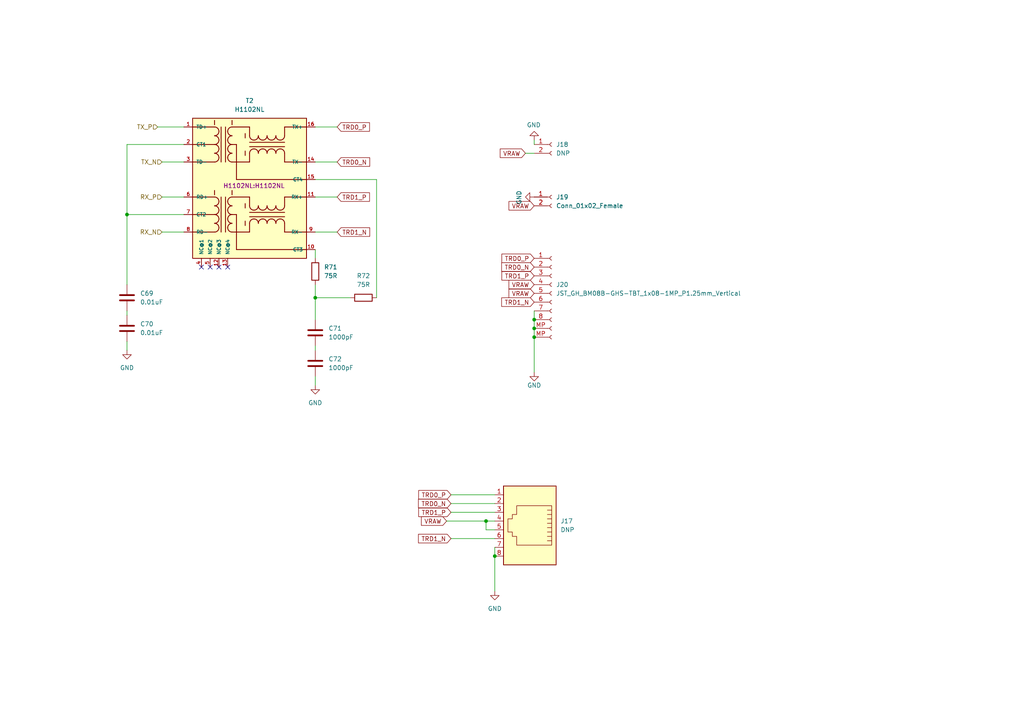
<source format=kicad_sch>
(kicad_sch (version 20231120) (generator "eeschema") (generator_version "8.0")
  (paper "A4")
  (lib_symbols
    (symbol "Connector:Conn_01x02_Female" (pin_names (offset 1.016) hide)
      (property "Reference" "J" (at 0 2.54 0))
      (property "Value" "Conn_01x02_Female" (at 0 -5.08 0))
      (symbol "Conn_01x02_Female_1_1"
        (arc (start 0 -2.032) (mid -0.5058 -2.54) (end 0 -3.048) (stroke (width 0.1524)))
        (polyline (pts (xy -1.27 -2.54) (xy -0.508 -2.54)) (stroke (width 0.1524)))
        (polyline (pts (xy -1.27 0) (xy -0.508 0)) (stroke (width 0.1524)))
        (arc (start 0 0.508) (mid -0.5058 0) (end 0 -0.508) (stroke (width 0.1524)))
        (pin passive line (at -5.08 0 0) (length 3.81) (name "Pin_1") (number "1"))
        (pin passive line (at -5.08 -2.54 0) (length 3.81) (name "Pin_2") (number "2"))
      )
    )
    (symbol "Connector:Conn_01x08_Female" (pin_names (offset 1.016) hide)
      (property "Reference" "J3" (at 1.27 0.0001 0))
      (property "Value" "Conn_01x08_Female" (at 1.27 -2.5399 0))
      (symbol "Conn_01x08_Female_1_1"
        (arc (start 0 -14.732) (mid -0.5058 -15.24) (end 0 -15.748) (stroke (width 0.1524)))
        (arc (start 0 -12.192) (mid -0.5058 -12.7) (end 0 -13.208) (stroke (width 0.1524)))
        (arc (start 0 -9.652) (mid -0.5058 -10.16) (end 0 -10.668) (stroke (width 0.1524)))
        (arc (start 0 -7.112) (mid -0.5058 -7.62) (end 0 -8.128) (stroke (width 0.1524)))
        (arc (start 0 -4.572) (mid -0.5058 -5.08) (end 0 -5.588) (stroke (width 0.1524)))
        (arc (start 0 -2.032) (mid -0.5058 -2.54) (end 0 -3.048) (stroke (width 0.1524)))
        (polyline (pts (xy -1.27 -15.24) (xy -0.508 -15.24)) (stroke (width 0.1524)))
        (polyline (pts (xy -1.27 -12.7) (xy -0.508 -12.7)) (stroke (width 0.1524)))
        (polyline (pts (xy -1.27 -10.16) (xy -0.508 -10.16)) (stroke (width 0.1524)))
        (polyline (pts (xy -1.27 -7.62) (xy -0.508 -7.62)) (stroke (width 0.1524)))
        (polyline (pts (xy -1.27 -5.08) (xy -0.508 -5.08)) (stroke (width 0.1524)))
        (polyline (pts (xy -1.27 -2.54) (xy -0.508 -2.54)) (stroke (width 0.1524)))
        (polyline (pts (xy -1.27 0) (xy -0.508 0)) (stroke (width 0.1524)))
        (polyline (pts (xy -1.27 2.54) (xy -0.508 2.54)) (stroke (width 0.1524)))
        (polyline (pts (xy -1.27 5.08) (xy -0.508 5.08)) (stroke (width 0.1524)))
        (polyline (pts (xy -1.27 7.62) (xy -0.508 7.62)) (stroke (width 0.1524)))
        (arc (start 0 0.508) (mid -0.5058 0) (end 0 -0.508) (stroke (width 0.1524)))
        (arc (start 0 3.048) (mid -0.5058 2.54) (end 0 2.032) (stroke (width 0.1524)))
        (arc (start 0 5.588) (mid -0.5058 5.08) (end 0 4.572) (stroke (width 0.1524)))
        (arc (start 0 8.128) (mid -0.5058 7.62) (end 0 7.112) (stroke (width 0.1524)))
        (pin passive line (at -5.08 7.62 0) (length 3.81) (name "Pin_1") (number "1"))
        (pin passive line (at -5.08 5.08 0) (length 3.81) (name "Pin_2") (number "2"))
        (pin passive line (at -5.08 2.54 0) (length 3.81) (name "Pin_3") (number "3"))
        (pin passive line (at -5.08 0 0) (length 3.81) (name "Pin_4") (number "4"))
        (pin passive line (at -5.08 -2.54 0) (length 3.81) (name "Pin_5") (number "5"))
        (pin passive line (at -5.08 -5.08 0) (length 3.81) (name "Pin_6") (number "6"))
        (pin passive line (at -5.08 -7.62 0) (length 3.81) (name "Pin_7") (number "7"))
        (pin passive line (at -5.08 -10.16 0) (length 3.81) (name "Pin_8") (number "8"))
        (pin passive line (at -5.08 -15.24 0) (length 3.81) (name "MP") (number "MP"))
        (pin passive line (at -5.08 -12.7 0) (length 3.81) (name "MP") (number "MP"))
      )
    )
    (symbol "Connector:RJ45" (pin_names (offset 1.016))
      (property "Reference" "J" (at -5.08 13.97 0))
      (property "Value" "RJ45" (at 2.54 13.97 0))
      (symbol "RJ45_0_1"
        (polyline (pts (xy -5.08 4.445) (xy -6.35 4.445)))
        (polyline (pts (xy -5.08 5.715) (xy -6.35 5.715)))
        (polyline (pts (xy -6.35 -3.175) (xy -5.08 -3.175) (xy -5.08 -3.175)))
        (polyline (pts (xy -6.35 -1.905) (xy -5.08 -1.905) (xy -5.08 -1.905)))
        (polyline (pts (xy -6.35 -0.635) (xy -5.08 -0.635) (xy -5.08 -0.635)))
        (polyline (pts (xy -6.35 0.635) (xy -5.08 0.635) (xy -5.08 0.635)))
        (polyline (pts (xy -6.35 1.905) (xy -5.08 1.905) (xy -5.08 1.905)))
        (polyline (pts (xy -5.08 3.175) (xy -6.35 3.175) (xy -6.35 3.175)))
        (polyline (pts (xy -6.35 -4.445) (xy -6.35 6.985) (xy 3.81 6.985) (xy 3.81 4.445) (xy 5.08 4.445) (xy 5.08 3.175) (xy 6.35 3.175) (xy 6.35 -0.635) (xy 5.08 -0.635) (xy 5.08 -1.905) (xy 3.81 -1.905) (xy 3.81 -4.445) (xy -6.35 -4.445) (xy -6.35 -4.445)))
        (rectangle (start 7.62 12.7) (end -7.62 -10.16) (stroke (width 0.254)) (fill (type background)))
      )
      (symbol "RJ45_1_1"
        (pin passive line (at 10.16 -7.62 180) (length 2.54) (name "~") (number "1"))
        (pin passive line (at 10.16 -5.08 180) (length 2.54) (name "~") (number "2"))
        (pin passive line (at 10.16 -2.54 180) (length 2.54) (name "~") (number "3"))
        (pin passive line (at 10.16 0 180) (length 2.54) (name "~") (number "4"))
        (pin passive line (at 10.16 2.54 180) (length 2.54) (name "~") (number "5"))
        (pin passive line (at 10.16 5.08 180) (length 2.54) (name "~") (number "6"))
        (pin passive line (at 10.16 7.62 180) (length 2.54) (name "~") (number "7"))
        (pin passive line (at 10.16 10.16 180) (length 2.54) (name "~") (number "8"))
      )
    )
    (symbol "Device:C" (pin_numbers hide) (pin_names (offset 0.254))
      (property "Reference" "C" (at 0.635 2.54 0))
      (property "Value" "C" (at 0.635 -2.54 0))
      (symbol "C_0_1"
        (polyline (pts (xy -2.032 -0.762) (xy 2.032 -0.762)) (stroke (width 0.508)))
        (polyline (pts (xy -2.032 0.762) (xy 2.032 0.762)) (stroke (width 0.508)))
      )
      (symbol "C_1_1"
        (pin passive line (at 0 3.81 270) (length 2.794) (name "~") (number "1"))
        (pin passive line (at 0 -3.81 90) (length 2.794) (name "~") (number "2"))
      )
    )
    (symbol "Device:R" (pin_numbers hide) (pin_names (offset 0))
      (property "Reference" "R" (at 2.032 0 90))
      (property "Value" "R" (at 0 0 90))
      (symbol "R_0_1"
        (rectangle (start -1.016 -2.54) (end 1.016 2.54) (stroke (width 0.254)))
      )
      (symbol "R_1_1"
        (pin passive line (at 0 3.81 270) (length 1.27) (name "~") (number "1"))
        (pin passive line (at 0 -3.81 90) (length 1.27) (name "~") (number "2"))
      )
    )
    (symbol "H1102NL:H1102NL" (pin_names (offset 1.016))
      (property "Reference" "T" (at -17.78 20.32 0))
      (property "Value" "H1102NL" (at -2.54 -22.86 0))
      (symbol "H1102NL_0_0"
        (rectangle (start -17.78 -20.32) (end 15.24 20.32) (stroke (width 0.254)) (fill (type background)))
        (arc (start -11.43 -12.7) (mid -10.532 -12.328) (end -10.16 -11.43) (stroke (width 0.254)))
        (arc (start -11.43 -10.16) (mid -10.532 -9.788) (end -10.16 -8.89) (stroke (width 0.254)))
        (arc (start -11.43 -7.62) (mid -10.532 -7.248) (end -10.16 -6.35) (stroke (width 0.254)))
        (arc (start -11.43 -5.08) (mid -10.532 -4.708) (end -10.16 -3.81) (stroke (width 0.254)))
        (arc (start -11.43 7.62) (mid -10.532 7.992) (end -10.16 8.89) (stroke (width 0.254)))
        (arc (start -11.43 10.16) (mid -10.532 10.532) (end -10.16 11.43) (stroke (width 0.254)))
        (arc (start -11.43 12.7) (mid -10.532 13.072) (end -10.16 13.97) (stroke (width 0.254)))
        (arc (start -11.43 15.24) (mid -10.532 15.612) (end -10.16 16.51) (stroke (width 0.254)))
        (arc (start -10.16 -11.43) (mid -10.532 -10.532) (end -11.43 -10.16) (stroke (width 0.254)))
        (arc (start -10.16 -8.89) (mid -10.532 -7.992) (end -11.43 -7.62) (stroke (width 0.254)))
        (arc (start -10.16 -6.35) (mid -10.532 -5.452) (end -11.43 -5.08) (stroke (width 0.254)))
        (arc (start -10.16 -3.81) (mid -10.532 -2.912) (end -11.43 -2.54) (stroke (width 0.254)))
        (arc (start -10.16 8.89) (mid -10.532 9.788) (end -11.43 10.16) (stroke (width 0.254)))
        (arc (start -10.16 11.43) (mid -10.532 12.328) (end -11.43 12.7) (stroke (width 0.254)))
        (arc (start -10.16 13.97) (mid -10.532 14.868) (end -11.43 15.24) (stroke (width 0.254)))
        (arc (start -10.16 16.51) (mid -10.532 17.408) (end -11.43 17.78) (stroke (width 0.254)))
        (arc (start -7.62 -11.43) (mid -7.248 -12.328) (end -6.35 -12.7) (stroke (width 0.254)))
        (arc (start -7.62 -8.89) (mid -7.248 -9.788) (end -6.35 -10.16) (stroke (width 0.254)))
        (arc (start -7.62 -6.35) (mid -7.248 -7.248) (end -6.35 -7.62) (stroke (width 0.254)))
        (arc (start -7.62 -3.81) (mid -7.248 -4.708) (end -6.35 -5.08) (stroke (width 0.254)))
        (arc (start -7.62 8.89) (mid -7.248 7.992) (end -6.35 7.62) (stroke (width 0.254)))
        (arc (start -7.62 11.43) (mid -7.248 10.532) (end -6.35 10.16) (stroke (width 0.254)))
        (arc (start -7.62 13.97) (mid -7.248 13.072) (end -6.35 12.7) (stroke (width 0.254)))
        (arc (start -7.62 16.51) (mid -7.248 15.612) (end -6.35 15.24) (stroke (width 0.254)))
        (arc (start -6.35 -10.16) (mid -7.248 -10.532) (end -7.62 -11.43) (stroke (width 0.254)))
        (arc (start -6.35 -7.62) (mid -7.248 -7.992) (end -7.62 -8.89) (stroke (width 0.254)))
        (arc (start -6.35 -5.08) (mid -7.248 -5.452) (end -7.62 -6.35) (stroke (width 0.254)))
        (arc (start -6.35 -2.54) (mid -7.248 -2.912) (end -7.62 -3.81) (stroke (width 0.254)))
        (arc (start -6.35 10.16) (mid -7.248 9.788) (end -7.62 8.89) (stroke (width 0.254)))
        (arc (start -6.35 12.7) (mid -7.248 12.328) (end -7.62 11.43) (stroke (width 0.254)))
        (arc (start -6.35 15.24) (mid -7.248 14.868) (end -7.62 13.97) (stroke (width 0.254)))
        (arc (start -6.35 17.78) (mid -7.248 17.408) (end -7.62 16.51) (stroke (width 0.254)))
        (arc (start -1.27 -5.08) (mid -0.898 -5.978) (end 0 -6.35) (stroke (width 0.254)))
        (arc (start -1.27 15.24) (mid -0.898 14.342) (end 0 13.97) (stroke (width 0.254)))
        (arc (start 0 -8.89) (mid -0.898 -9.262) (end -1.27 -10.16) (stroke (width 0.254)))
        (arc (start 0 -6.35) (mid 0.898 -5.978) (end 1.27 -5.08) (stroke (width 0.254)))
        (polyline (pts (xy -17.78 -2.54) (xy -11.43 -2.54)) (stroke (width 0.254)))
        (polyline (pts (xy -17.78 17.78) (xy -11.43 17.78)) (stroke (width 0.254)))
        (polyline (pts (xy -11.43 -12.7) (xy -17.78 -12.7)) (stroke (width 0.254)))
        (polyline (pts (xy -11.43 -7.62) (xy -17.78 -7.62)) (stroke (width 0.254)))
        (polyline (pts (xy -11.43 7.62) (xy -17.78 7.62)) (stroke (width 0.254)))
        (polyline (pts (xy -11.43 12.7) (xy -17.78 12.7)) (stroke (width 0.254)))
        (polyline (pts (xy -9.525 -2.54) (xy -9.525 -12.7)) (stroke (width 0.254)))
        (polyline (pts (xy -9.525 17.78) (xy -9.525 7.62)) (stroke (width 0.254)))
        (polyline (pts (xy -8.255 -2.54) (xy -8.255 -12.7)) (stroke (width 0.254)))
        (polyline (pts (xy -8.255 17.78) (xy -8.255 7.62)) (stroke (width 0.254)))
        (polyline (pts (xy -6.35 -7.62) (xy -5.08 -7.62)) (stroke (width 0.254)))
        (polyline (pts (xy -6.35 -2.54) (xy -1.27 -2.54)) (stroke (width 0.254)))
        (polyline (pts (xy -6.35 12.7) (xy -5.08 12.7)) (stroke (width 0.254)))
        (polyline (pts (xy -6.35 17.78) (xy -1.27 17.78)) (stroke (width 0.254)))
        (polyline (pts (xy -5.08 -17.78) (xy 15.24 -17.78)) (stroke (width 0.254)))
        (polyline (pts (xy -5.08 -7.62) (xy -5.08 -17.78)) (stroke (width 0.254)))
        (polyline (pts (xy -5.08 2.54) (xy 15.24 2.54)) (stroke (width 0.254)))
        (polyline (pts (xy -5.08 12.7) (xy -5.08 2.54)) (stroke (width 0.254)))
        (polyline (pts (xy -1.27 -12.7) (xy -6.35 -12.7)) (stroke (width 0.254)))
        (polyline (pts (xy -1.27 -12.7) (xy -1.27 -10.16)) (stroke (width 0.254)))
        (polyline (pts (xy -1.27 -8.255) (xy 8.89 -8.255)) (stroke (width 0.254)))
        (polyline (pts (xy -1.27 -6.985) (xy 8.89 -6.985)) (stroke (width 0.254)))
        (polyline (pts (xy -1.27 -2.54) (xy -1.27 -5.08)) (stroke (width 0.254)))
        (polyline (pts (xy -1.27 7.62) (xy -6.35 7.62)) (stroke (width 0.254)))
        (polyline (pts (xy -1.27 7.62) (xy -1.27 10.16)) (stroke (width 0.254)))
        (polyline (pts (xy -1.27 12.065) (xy 8.89 12.065)) (stroke (width 0.254)))
        (polyline (pts (xy -1.27 13.335) (xy 8.89 13.335)) (stroke (width 0.254)))
        (polyline (pts (xy -1.27 17.78) (xy -1.27 15.24)) (stroke (width 0.254)))
        (polyline (pts (xy 8.89 -12.7) (xy 15.24 -12.7)) (stroke (width 0.254)))
        (polyline (pts (xy 8.89 -10.16) (xy 8.89 -12.7)) (stroke (width 0.254)))
        (polyline (pts (xy 8.89 -5.08) (xy 8.89 -2.54)) (stroke (width 0.254)))
        (polyline (pts (xy 8.89 -2.54) (xy 15.24 -2.54)) (stroke (width 0.254)))
        (polyline (pts (xy 8.89 7.62) (xy 15.24 7.62)) (stroke (width 0.254)))
        (polyline (pts (xy 8.89 10.16) (xy 8.89 7.62)) (stroke (width 0.254)))
        (polyline (pts (xy 8.89 15.24) (xy 8.89 17.78)) (stroke (width 0.254)))
        (polyline (pts (xy 8.89 17.78) (xy 15.24 17.78)) (stroke (width 0.254)))
        (polyline (pts (xy -11.43 -0.635) (xy -11.43 -1.905) (xy -11.43 -0.635)) (stroke (width 0.254)) (fill (type outline)))
        (polyline (pts (xy -11.43 19.685) (xy -11.43 18.415) (xy -11.43 19.685)) (stroke (width 0.254)) (fill (type outline)))
        (polyline (pts (xy -6.35 -0.635) (xy -6.35 -1.905) (xy -6.35 -0.635)) (stroke (width 0.254)) (fill (type outline)))
        (polyline (pts (xy -6.35 19.685) (xy -6.35 18.415) (xy -6.35 19.685)) (stroke (width 0.254)) (fill (type outline)))
        (polyline (pts (xy -2.54 -9.525) (xy -2.54 -10.795) (xy -2.54 -9.525)) (stroke (width 0.254)) (fill (type outline)))
        (polyline (pts (xy -2.54 -4.445) (xy -2.54 -5.715) (xy -2.54 -4.445)) (stroke (width 0.254)) (fill (type outline)))
        (polyline (pts (xy -2.54 10.795) (xy -2.54 9.525) (xy -2.54 10.795)) (stroke (width 0.254)) (fill (type outline)))
        (polyline (pts (xy -2.54 15.875) (xy -2.54 14.605) (xy -2.54 15.875)) (stroke (width 0.254)) (fill (type outline)))
        (arc (start 0 11.43) (mid -0.898 11.058) (end -1.27 10.16) (stroke (width 0.254)))
        (arc (start 0 13.97) (mid 0.898 14.342) (end 1.27 15.24) (stroke (width 0.254)))
        (arc (start 1.27 -10.16) (mid 0.898 -9.262) (end 0 -8.89) (stroke (width 0.254)))
        (arc (start 1.27 -5.08) (mid 1.642 -5.978) (end 2.54 -6.35) (stroke (width 0.254)))
        (arc (start 1.27 10.16) (mid 0.898 11.058) (end 0 11.43) (stroke (width 0.254)))
        (arc (start 1.27 15.24) (mid 1.642 14.342) (end 2.54 13.97) (stroke (width 0.254)))
        (arc (start 2.54 -8.89) (mid 1.642 -9.262) (end 1.27 -10.16) (stroke (width 0.254)))
        (arc (start 2.54 -6.35) (mid 3.438 -5.978) (end 3.81 -5.08) (stroke (width 0.254)))
        (arc (start 2.54 11.43) (mid 1.642 11.058) (end 1.27 10.16) (stroke (width 0.254)))
        (arc (start 2.54 13.97) (mid 3.438 14.342) (end 3.81 15.24) (stroke (width 0.254)))
        (arc (start 3.81 -10.16) (mid 3.438 -9.262) (end 2.54 -8.89) (stroke (width 0.254)))
        (arc (start 3.81 -5.08) (mid 4.182 -5.978) (end 5.08 -6.35) (stroke (width 0.254)))
        (arc (start 3.81 10.16) (mid 3.438 11.058) (end 2.54 11.43) (stroke (width 0.254)))
        (arc (start 3.81 15.24) (mid 4.182 14.342) (end 5.08 13.97) (stroke (width 0.254)))
        (arc (start 5.08 -8.89) (mid 4.182 -9.262) (end 3.81 -10.16) (stroke (width 0.254)))
        (arc (start 5.08 -6.35) (mid 5.978 -5.978) (end 6.35 -5.08) (stroke (width 0.254)))
        (arc (start 5.08 11.43) (mid 4.182 11.058) (end 3.81 10.16) (stroke (width 0.254)))
        (arc (start 5.08 13.97) (mid 5.978 14.342) (end 6.35 15.24) (stroke (width 0.254)))
        (arc (start 6.35 -10.16) (mid 5.978 -9.262) (end 5.08 -8.89) (stroke (width 0.254)))
        (arc (start 6.35 -5.08) (mid 6.722 -5.978) (end 7.62 -6.35) (stroke (width 0.254)))
        (arc (start 6.35 10.16) (mid 5.978 11.058) (end 5.08 11.43) (stroke (width 0.254)))
        (arc (start 6.35 15.24) (mid 6.722 14.342) (end 7.62 13.97) (stroke (width 0.254)))
        (arc (start 7.62 -8.89) (mid 6.722 -9.262) (end 6.35 -10.16) (stroke (width 0.254)))
        (arc (start 7.62 -6.35) (mid 8.518 -5.978) (end 8.89 -5.08) (stroke (width 0.254)))
        (arc (start 7.62 11.43) (mid 6.722 11.058) (end 6.35 10.16) (stroke (width 0.254)))
        (arc (start 7.62 13.97) (mid 8.518 14.342) (end 8.89 15.24) (stroke (width 0.254)))
        (arc (start 8.89 -10.16) (mid 8.518 -9.262) (end 7.62 -8.89) (stroke (width 0.254)))
        (arc (start 8.89 10.16) (mid 8.518 11.058) (end 7.62 11.43) (stroke (width 0.254)))
        (pin passive line (at -20.32 17.78 0) (length 2.54) (name "TD+") (number "1"))
        (pin passive line (at 17.78 -17.78 180) (length 2.54) (name "CT3") (number "10"))
        (pin passive line (at 17.78 -2.54 180) (length 2.54) (name "RX+") (number "11"))
        (pin passive line (at -10.16 -22.86 90) (length 2.54) (name "NC@3") (number "12"))
        (pin passive line (at -7.62 -22.86 90) (length 2.54) (name "NC@4") (number "13"))
        (pin passive line (at 17.78 7.62 180) (length 2.54) (name "TX-") (number "14"))
        (pin passive line (at 17.78 2.54 180) (length 2.54) (name "CT4") (number "15"))
        (pin passive line (at 17.78 17.78 180) (length 2.54) (name "TX+") (number "16"))
        (pin passive line (at -20.32 12.7 0) (length 2.54) (name "CT1") (number "2"))
        (pin passive line (at -20.32 7.62 0) (length 2.54) (name "TD-") (number "3"))
        (pin passive line (at -15.24 -22.86 90) (length 2.54) (name "NC@1") (number "4"))
        (pin passive line (at -12.7 -22.86 90) (length 2.54) (name "NC@2") (number "5"))
        (pin passive line (at -20.32 -2.54 0) (length 2.54) (name "RD+") (number "6"))
        (pin passive line (at -20.32 -7.62 0) (length 2.54) (name "CT2") (number "7"))
        (pin passive line (at -20.32 -12.7 0) (length 2.54) (name "RD-") (number "8"))
        (pin passive line (at 17.78 -12.7 180) (length 2.54) (name "RX-") (number "9"))
      )
    )
    (symbol "power:GND" (power) (pin_names (offset 0))
      (property "Value" "GND" (at 0 -3.81 0))
      (symbol "GND_0_1"
        (polyline (pts (xy 0 0) (xy 0 -1.27) (xy 1.27 -1.27) (xy 0 -2.54) (xy -1.27 -1.27) (xy 0 -1.27)))
      )
      (symbol "GND_1_1"
        (pin power_in line (at 0 0 270) (length 0) hide (name "GND") (number "1"))
      )
    )
  )
  (junction (at 36.83 62.23))
  (junction (at 91.44 86.36))
  (junction (at 154.94 95.25))
  (junction (at 140.97 151.13))
  (junction (at 154.94 97.79))
  (junction (at 143.51 161.29))
  (junction (at 154.94 92.71))
  (no_connect (at 63.5 77.47))
  (no_connect (at 60.96 77.47))
  (no_connect (at 58.42 77.47))
  (no_connect (at 66.04 77.47))
  (wire (pts (xy 36.83 62.23) (xy 36.83 82.55)))
  (wire (pts (xy 97.79 46.99) (xy 91.44 46.99)))
  (wire (pts (xy 130.81 146.05) (xy 143.51 146.05)))
  (wire (pts (xy 143.51 158.75) (xy 143.51 161.29)))
  (wire (pts (xy 154.94 40.64) (xy 154.94 41.91)))
  (wire (pts (xy 46.99 57.15) (xy 53.34 57.15)))
  (wire (pts (xy 154.94 92.71) (xy 154.94 95.25)))
  (wire (pts (xy 97.79 36.83) (xy 91.44 36.83)))
  (wire (pts (xy 154.94 90.17) (xy 154.94 92.71)))
  (wire (pts (xy 97.79 57.15) (xy 91.44 57.15)))
  (wire (pts (xy 154.94 97.79) (xy 154.94 107.95)))
  (wire (pts (xy 45.72 36.83) (xy 53.34 36.83)))
  (wire (pts (xy 91.44 101.6) (xy 91.44 100.33)))
  (wire (pts (xy 130.81 143.51) (xy 143.51 143.51)))
  (wire (pts (xy 36.83 62.23) (xy 53.34 62.23)))
  (wire (pts (xy 154.94 95.25) (xy 154.94 97.79)))
  (wire (pts (xy 129.54 151.13) (xy 140.97 151.13)))
  (wire (pts (xy 109.22 52.07) (xy 109.22 86.36)))
  (wire (pts (xy 36.83 101.6) (xy 36.83 99.06)))
  (wire (pts (xy 91.44 86.36) (xy 101.6 86.36)))
  (wire (pts (xy 143.51 161.29) (xy 143.51 171.45)))
  (wire (pts (xy 36.83 91.44) (xy 36.83 90.17)))
  (wire (pts (xy 91.44 52.07) (xy 109.22 52.07)))
  (wire (pts (xy 140.97 153.67) (xy 140.97 151.13)))
  (wire (pts (xy 91.44 86.36) (xy 91.44 92.71)))
  (wire (pts (xy 53.34 41.91) (xy 36.83 41.91)))
  (wire (pts (xy 91.44 111.76) (xy 91.44 109.22)))
  (wire (pts (xy 130.81 148.59) (xy 143.51 148.59)))
  (wire (pts (xy 46.99 67.31) (xy 53.34 67.31)))
  (wire (pts (xy 97.79 67.31) (xy 91.44 67.31)))
  (wire (pts (xy 91.44 72.39) (xy 91.44 74.93)))
  (wire (pts (xy 36.83 41.91) (xy 36.83 62.23)))
  (wire (pts (xy 140.97 151.13) (xy 143.51 151.13)))
  (wire (pts (xy 91.44 82.55) (xy 91.44 86.36)))
  (wire (pts (xy 130.81 156.21) (xy 143.51 156.21)))
  (wire (pts (xy 143.51 153.67) (xy 140.97 153.67)))
  (wire (pts (xy 46.99 46.99) (xy 53.34 46.99)))
  (wire (pts (xy 152.4 44.45) (xy 154.94 44.45)))
  (global_label "VRAW" (shape input) (at 154.94 85.09 180) (property "Intersheetrefs" "${INTERSHEET_REFS}" (effects (hide yes))))
  (global_label "TRD0_N" (shape input) (at 97.79 46.99 0) (property "Intersheetrefs" "${INTERSHEET_REFS}" (effects (hide yes))))
  (global_label "TRD0_P" (shape input) (at 97.79 36.83 0) (property "Intersheetrefs" "${INTERSHEET_REFS}" (effects (hide yes))))
  (global_label "VRAW" (shape input) (at 154.94 59.69 180) (property "Intersheetrefs" "${INTERSHEET_REFS}" (effects (hide yes))))
  (global_label "TRD0_P" (shape input) (at 130.81 143.51 180) (property "Intersheetrefs" "${INTERSHEET_REFS}" (effects (hide yes))))
  (global_label "TRD0_N" (shape input) (at 154.94 77.47 180) (property "Intersheetrefs" "${INTERSHEET_REFS}" (effects (hide yes))))
  (global_label "TRD1_N" (shape input) (at 97.79 67.31 0) (property "Intersheetrefs" "${INTERSHEET_REFS}" (effects (hide yes))))
  (global_label "TRD1_P" (shape input) (at 130.81 148.59 180) (property "Intersheetrefs" "${INTERSHEET_REFS}" (effects (hide yes))))
  (global_label "TRD0_P" (shape input) (at 154.94 74.93 180) (property "Intersheetrefs" "${INTERSHEET_REFS}" (effects (hide yes))))
  (global_label "TRD0_N" (shape input) (at 130.81 146.05 180) (property "Intersheetrefs" "${INTERSHEET_REFS}" (effects (hide yes))))
  (global_label "TRD1_P" (shape input) (at 97.79 57.15 0) (property "Intersheetrefs" "${INTERSHEET_REFS}" (effects (hide yes))))
  (global_label "TRD1_P" (shape input) (at 154.94 80.01 180) (property "Intersheetrefs" "${INTERSHEET_REFS}" (effects (hide yes))))
  (global_label "VRAW" (shape input) (at 152.4 44.45 180) (property "Intersheetrefs" "${INTERSHEET_REFS}" (effects (hide yes))))
  (global_label "VRAW" (shape input) (at 154.94 82.55 180) (property "Intersheetrefs" "${INTERSHEET_REFS}" (effects (hide yes))))
  (global_label "TRD1_N" (shape input) (at 154.94 87.63 180) (property "Intersheetrefs" "${INTERSHEET_REFS}" (effects (hide yes))))
  (global_label "TRD1_N" (shape input) (at 130.81 156.21 180) (property "Intersheetrefs" "${INTERSHEET_REFS}" (effects (hide yes))))
  (global_label "VRAW" (shape input) (at 129.54 151.13 180) (property "Intersheetrefs" "${INTERSHEET_REFS}" (effects (hide yes))))
  (hierarchical_label "RX_P" (shape input) (at 46.99 57.15 180))
  (hierarchical_label "TX_N" (shape input) (at 46.99 46.99 180))
  (hierarchical_label "RX_N" (shape input) (at 46.99 67.31 180))
  (hierarchical_label "TX_P" (shape input) (at 45.72 36.83 180))
  (symbol (lib_id "Device:R") (at 91.44 78.74 180) (unit 1)
    (property "Reference" "R71" (at 93.98 77.4699 0) (effects (justify right)))
    (property "Value" "75R" (at 93.98 80.0099 0) (effects (justify right)))
    (property "Footprint" "Resistor_SMD:R_0603_1608Metric" (effects (hide yes)))
  )
  (symbol (lib_id "power:GND") (at 154.94 40.64 180) (unit 1)
    (property "Reference" "#PWR098" (effects (hide yes)))
    (property "Value" "GND" (at 154.813 36.2458 0))
  )
  (symbol (lib_id "Device:C") (at 36.83 86.36 0) (unit 1)
    (property "Reference" "C69" (at 40.64 85.0899 0) (effects (justify left)))
    (property "Value" "0.01uF" (at 40.64 87.6299 0) (effects (justify left)))
    (property "Footprint" "Capacitor_SMD:C_0603_1608Metric" (effects (hide yes)))
  )
  (symbol (lib_id "power:GND") (at 154.94 107.95 0) (unit 1)
    (property "Reference" "#PWR0100" (effects (hide yes)))
    (property "Value" "GND" (at 154.94 111.76 0))
  )
  (symbol (lib_id "Connector:RJ45") (at 153.67 151.13 180) (unit 1)
    (property "Reference" "J17" (at 162.56 151.13 0) (effects (justify right)))
    (property "Value" "DNP" (at 162.56 153.67 0) (effects (justify right)))
    (property "Footprint" "Connector_RJ:RJ45_Amphenol_54602-x08_Horizontal" (effects (hide yes)))
  )
  (symbol (lib_id "Device:C") (at 36.83 95.25 0) (unit 1)
    (property "Reference" "C70" (at 40.64 93.9799 0) (effects (justify left)))
    (property "Value" "0.01uF" (at 40.64 96.5199 0) (effects (justify left)))
    (property "Footprint" "Capacitor_SMD:C_0603_1608Metric" (effects (hide yes)))
  )
  (symbol (lib_id "H1102NL:H1102NL") (at 73.66 54.61 0) (unit 1)
    (property "Reference" "T2" (at 72.39 29.21 0))
    (property "Value" "H1102NL" (at 72.39 31.75 0))
    (property "Footprint" "H1102NL:H1102NL" (at 73.66 54.61 0) (effects (justify bottom)))
  )
  (symbol (lib_id "power:GND") (at 91.44 111.76 0) (unit 1)
    (property "Reference" "#PWR096" (effects (hide yes)))
    (property "Value" "GND" (at 91.44 116.84 0))
  )
  (symbol (lib_id "Device:C") (at 91.44 96.52 0) (unit 1)
    (property "Reference" "C71" (at 95.25 95.2499 0) (effects (justify left)))
    (property "Value" "1000pF" (at 95.25 97.7899 0) (effects (justify left)))
    (property "Footprint" "Capacitor_SMD:C_0603_1608Metric" (effects (hide yes)))
  )
  (symbol (lib_id "power:GND") (at 143.51 171.45 0) (unit 1)
    (property "Reference" "#PWR097" (effects (hide yes)))
    (property "Value" "GND" (at 143.51 176.53 0))
  )
  (symbol (lib_id "power:GND") (at 154.94 57.15 270) (unit 1)
    (property "Reference" "#PWR099" (effects (hide yes)))
    (property "Value" "GND" (at 150.5458 57.277 0))
  )
  (symbol (lib_id "power:GND") (at 36.83 101.6 0) (unit 1)
    (property "Reference" "#PWR095" (effects (hide yes)))
    (property "Value" "GND" (at 36.83 106.68 0))
  )
  (symbol (lib_id "Device:C") (at 91.44 105.41 0) (unit 1)
    (property "Reference" "C72" (at 95.25 104.1399 0) (effects (justify left)))
    (property "Value" "1000pF" (at 95.25 106.6799 0) (effects (justify left)))
    (property "Footprint" "Capacitor_SMD:C_0603_1608Metric" (effects (hide yes)))
  )
  (symbol (lib_id "Connector:Conn_01x08_Female") (at 160.02 82.55 0) (unit 1)
    (property "Reference" "J20" (at 161.29 82.5499 0) (effects (justify left)))
    (property "Value" "JST_GH_BM08B-GHS-TBT_1x08-1MP_P1.25mm_Vertical" (at 161.29 85.0899 0) (effects (justify left)))
    (property "Footprint" "Connector_JST:JST_GH_BM08B-GHS-TBT_1x08-1MP_P1.25mm_Vertical" (effects (hide yes)))
  )
  (symbol (lib_id "Connector:Conn_01x02_Female") (at 160.02 41.91 0) (unit 1)
    (property "Reference" "J18" (at 161.29 41.9099 0) (effects (justify left)))
    (property "Value" "DNP" (at 161.29 44.4499 0) (effects (justify left)))
    (property "Footprint" "Connector_Phoenix_MSTB:PhoenixContact_MSTBA_2,5_2-G-5,08_1x02_P5.08mm_Horizontal" (effects (hide yes)))
  )
  (symbol (lib_id "Device:R") (at 105.41 86.36 90) (unit 1)
    (property "Reference" "R72" (at 105.41 80.01 90))
    (property "Value" "75R" (at 105.41 82.55 90))
    (property "Footprint" "Resistor_SMD:R_0603_1608Metric" (effects (hide yes)))
  )
  (symbol (lib_id "Connector:Conn_01x02_Female") (at 160.02 57.15 0) (unit 1)
    (property "Reference" "J19" (at 161.29 57.1499 0) (effects (justify left)))
    (property "Value" "Conn_01x02_Female" (at 161.29 59.6899 0) (effects (justify left)))
    (property "Footprint" "Connector_JST:JST_PH_B2B-PH-K_1x02_P2.00mm_Vertical" (effects (hide yes)))
  )
)
</source>
